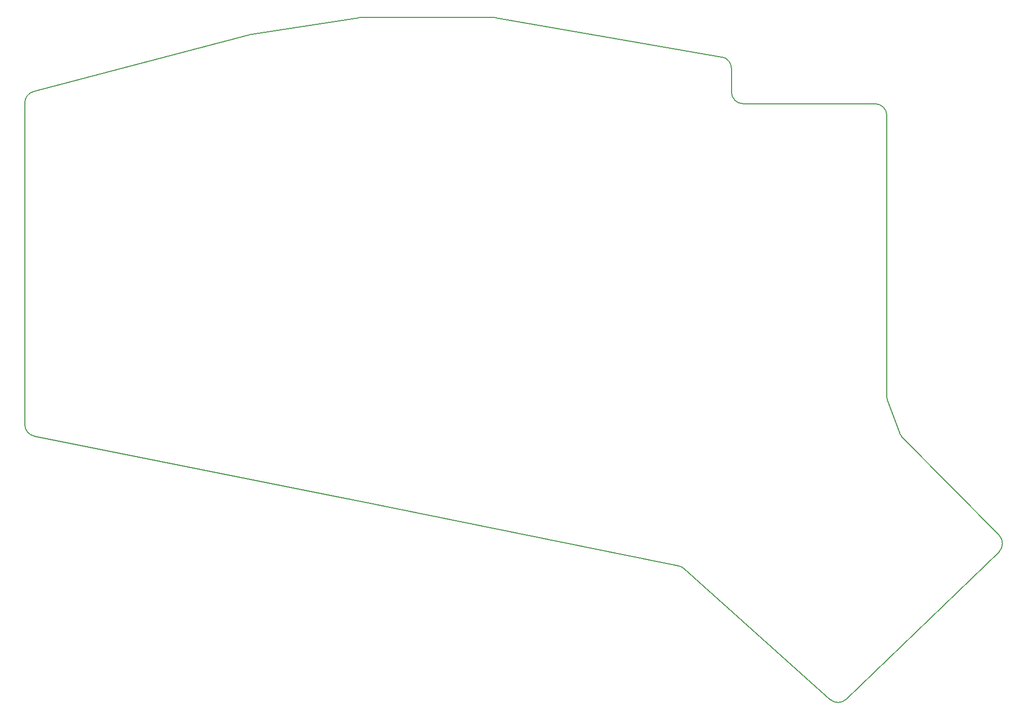
<source format=gbr>
%TF.GenerationSoftware,KiCad,Pcbnew,7.0.2-6a45011f42~172~ubuntu22.04.1*%
%TF.CreationDate,2023-05-10T23:38:50+02:00*%
%TF.ProjectId,keyboard,6b657962-6f61-4726-942e-6b696361645f,v1.0.0*%
%TF.SameCoordinates,Original*%
%TF.FileFunction,Profile,NP*%
%FSLAX46Y46*%
G04 Gerber Fmt 4.6, Leading zero omitted, Abs format (unit mm)*
G04 Created by KiCad (PCBNEW 7.0.2-6a45011f42~172~ubuntu22.04.1) date 2023-05-10 23:38:50*
%MOMM*%
%LPD*%
G01*
G04 APERTURE LIST*
%TA.AperFunction,Profile*%
%ADD10C,0.150000*%
%TD*%
G04 APERTURE END LIST*
D10*
X225624204Y-156206146D02*
G75*
G03*
X228348182Y-156155366I1334696J1489446D01*
G01*
X89991013Y-52607628D02*
X126402513Y-43025655D01*
X210800000Y-54700000D02*
X233250000Y-54700000D01*
X145656922Y-40000004D02*
G75*
G03*
X145344997Y-40024475I-22J-1999996D01*
G01*
X235250014Y-104641961D02*
G75*
G03*
X235374212Y-105335803I1999986J-39D01*
G01*
X208800047Y-48682552D02*
G75*
G03*
X207142270Y-46712057I-2000047J-48D01*
G01*
X235250000Y-56700000D02*
G75*
G03*
X233250000Y-54700000I-2000000J0D01*
G01*
X143496764Y-121999353D02*
X90107768Y-111321554D01*
X88500000Y-109360392D02*
X88500000Y-54541777D01*
X225624173Y-156206180D02*
X200765041Y-133930636D01*
X254328160Y-131066779D02*
G75*
G03*
X254361536Y-128222417I-1389260J1438679D01*
G01*
X145656922Y-40000000D02*
X168327594Y-40000000D01*
X168669863Y-40029505D02*
X207142270Y-46712057D01*
X89991019Y-52607650D02*
G75*
G03*
X88500000Y-54541777I508981J-1934150D01*
G01*
X237394104Y-110796582D02*
G75*
G03*
X237847219Y-111508425I1875796J693882D01*
G01*
X88500009Y-109360392D02*
G75*
G03*
X90107768Y-111321552I1999991J-8D01*
G01*
X200765052Y-133930624D02*
G75*
G03*
X199829084Y-133460282I-1334652J-1489476D01*
G01*
X168669863Y-40029504D02*
G75*
G03*
X168327593Y-40000000I-342263J-1970496D01*
G01*
X235374211Y-105335803D02*
X237394117Y-110796577D01*
X126599574Y-42984278D02*
X145344997Y-40024474D01*
X143503267Y-122000665D02*
G75*
G03*
X143496763Y-121999353I-349967J-1718035D01*
G01*
X235250000Y-56700000D02*
X235250000Y-104641961D01*
X228348182Y-156155365D02*
X254328167Y-131066786D01*
X126599574Y-42984278D02*
G75*
G03*
X126402513Y-43025655I311926J-1975522D01*
G01*
X199829084Y-133460282D02*
X143503267Y-122000665D01*
X208800000Y-52700000D02*
G75*
G03*
X210800000Y-54700000I2000000J0D01*
G01*
X208800000Y-48682552D02*
X208800000Y-52700000D01*
X237847219Y-111508425D02*
X254361536Y-128222416D01*
M02*

</source>
